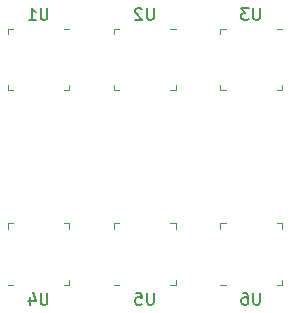
<source format=gbr>
%TF.GenerationSoftware,KiCad,Pcbnew,7.0.1*%
%TF.CreationDate,2023-04-06T12:09:14+02:00*%
%TF.ProjectId,LED_Dogtag_HW,4c45445f-446f-4677-9461-675f48572e6b,1.0*%
%TF.SameCoordinates,Original*%
%TF.FileFunction,Legend,Bot*%
%TF.FilePolarity,Positive*%
%FSLAX46Y46*%
G04 Gerber Fmt 4.6, Leading zero omitted, Abs format (unit mm)*
G04 Created by KiCad (PCBNEW 7.0.1) date 2023-04-06 12:09:14*
%MOMM*%
%LPD*%
G01*
G04 APERTURE LIST*
%ADD10C,0.150000*%
%ADD11C,0.120000*%
G04 APERTURE END LIST*
D10*
%TO.C,U1*%
X95561904Y-41212619D02*
X95561904Y-42022142D01*
X95561904Y-42022142D02*
X95514285Y-42117380D01*
X95514285Y-42117380D02*
X95466666Y-42165000D01*
X95466666Y-42165000D02*
X95371428Y-42212619D01*
X95371428Y-42212619D02*
X95180952Y-42212619D01*
X95180952Y-42212619D02*
X95085714Y-42165000D01*
X95085714Y-42165000D02*
X95038095Y-42117380D01*
X95038095Y-42117380D02*
X94990476Y-42022142D01*
X94990476Y-42022142D02*
X94990476Y-41212619D01*
X93990476Y-42212619D02*
X94561904Y-42212619D01*
X94276190Y-42212619D02*
X94276190Y-41212619D01*
X94276190Y-41212619D02*
X94371428Y-41355476D01*
X94371428Y-41355476D02*
X94466666Y-41450714D01*
X94466666Y-41450714D02*
X94561904Y-41498333D01*
%TO.C,U5*%
X104561904Y-65312619D02*
X104561904Y-66122142D01*
X104561904Y-66122142D02*
X104514285Y-66217380D01*
X104514285Y-66217380D02*
X104466666Y-66265000D01*
X104466666Y-66265000D02*
X104371428Y-66312619D01*
X104371428Y-66312619D02*
X104180952Y-66312619D01*
X104180952Y-66312619D02*
X104085714Y-66265000D01*
X104085714Y-66265000D02*
X104038095Y-66217380D01*
X104038095Y-66217380D02*
X103990476Y-66122142D01*
X103990476Y-66122142D02*
X103990476Y-65312619D01*
X103038095Y-65312619D02*
X103514285Y-65312619D01*
X103514285Y-65312619D02*
X103561904Y-65788809D01*
X103561904Y-65788809D02*
X103514285Y-65741190D01*
X103514285Y-65741190D02*
X103419047Y-65693571D01*
X103419047Y-65693571D02*
X103180952Y-65693571D01*
X103180952Y-65693571D02*
X103085714Y-65741190D01*
X103085714Y-65741190D02*
X103038095Y-65788809D01*
X103038095Y-65788809D02*
X102990476Y-65884047D01*
X102990476Y-65884047D02*
X102990476Y-66122142D01*
X102990476Y-66122142D02*
X103038095Y-66217380D01*
X103038095Y-66217380D02*
X103085714Y-66265000D01*
X103085714Y-66265000D02*
X103180952Y-66312619D01*
X103180952Y-66312619D02*
X103419047Y-66312619D01*
X103419047Y-66312619D02*
X103514285Y-66265000D01*
X103514285Y-66265000D02*
X103561904Y-66217380D01*
%TO.C,U6*%
X113561904Y-65312619D02*
X113561904Y-66122142D01*
X113561904Y-66122142D02*
X113514285Y-66217380D01*
X113514285Y-66217380D02*
X113466666Y-66265000D01*
X113466666Y-66265000D02*
X113371428Y-66312619D01*
X113371428Y-66312619D02*
X113180952Y-66312619D01*
X113180952Y-66312619D02*
X113085714Y-66265000D01*
X113085714Y-66265000D02*
X113038095Y-66217380D01*
X113038095Y-66217380D02*
X112990476Y-66122142D01*
X112990476Y-66122142D02*
X112990476Y-65312619D01*
X112085714Y-65312619D02*
X112276190Y-65312619D01*
X112276190Y-65312619D02*
X112371428Y-65360238D01*
X112371428Y-65360238D02*
X112419047Y-65407857D01*
X112419047Y-65407857D02*
X112514285Y-65550714D01*
X112514285Y-65550714D02*
X112561904Y-65741190D01*
X112561904Y-65741190D02*
X112561904Y-66122142D01*
X112561904Y-66122142D02*
X112514285Y-66217380D01*
X112514285Y-66217380D02*
X112466666Y-66265000D01*
X112466666Y-66265000D02*
X112371428Y-66312619D01*
X112371428Y-66312619D02*
X112180952Y-66312619D01*
X112180952Y-66312619D02*
X112085714Y-66265000D01*
X112085714Y-66265000D02*
X112038095Y-66217380D01*
X112038095Y-66217380D02*
X111990476Y-66122142D01*
X111990476Y-66122142D02*
X111990476Y-65884047D01*
X111990476Y-65884047D02*
X112038095Y-65788809D01*
X112038095Y-65788809D02*
X112085714Y-65741190D01*
X112085714Y-65741190D02*
X112180952Y-65693571D01*
X112180952Y-65693571D02*
X112371428Y-65693571D01*
X112371428Y-65693571D02*
X112466666Y-65741190D01*
X112466666Y-65741190D02*
X112514285Y-65788809D01*
X112514285Y-65788809D02*
X112561904Y-65884047D01*
%TO.C,U4*%
X95561904Y-65312619D02*
X95561904Y-66122142D01*
X95561904Y-66122142D02*
X95514285Y-66217380D01*
X95514285Y-66217380D02*
X95466666Y-66265000D01*
X95466666Y-66265000D02*
X95371428Y-66312619D01*
X95371428Y-66312619D02*
X95180952Y-66312619D01*
X95180952Y-66312619D02*
X95085714Y-66265000D01*
X95085714Y-66265000D02*
X95038095Y-66217380D01*
X95038095Y-66217380D02*
X94990476Y-66122142D01*
X94990476Y-66122142D02*
X94990476Y-65312619D01*
X94085714Y-65645952D02*
X94085714Y-66312619D01*
X94323809Y-65265000D02*
X94561904Y-65979285D01*
X94561904Y-65979285D02*
X93942857Y-65979285D01*
%TO.C,U3*%
X113561904Y-41212619D02*
X113561904Y-42022142D01*
X113561904Y-42022142D02*
X113514285Y-42117380D01*
X113514285Y-42117380D02*
X113466666Y-42165000D01*
X113466666Y-42165000D02*
X113371428Y-42212619D01*
X113371428Y-42212619D02*
X113180952Y-42212619D01*
X113180952Y-42212619D02*
X113085714Y-42165000D01*
X113085714Y-42165000D02*
X113038095Y-42117380D01*
X113038095Y-42117380D02*
X112990476Y-42022142D01*
X112990476Y-42022142D02*
X112990476Y-41212619D01*
X112609523Y-41212619D02*
X111990476Y-41212619D01*
X111990476Y-41212619D02*
X112323809Y-41593571D01*
X112323809Y-41593571D02*
X112180952Y-41593571D01*
X112180952Y-41593571D02*
X112085714Y-41641190D01*
X112085714Y-41641190D02*
X112038095Y-41688809D01*
X112038095Y-41688809D02*
X111990476Y-41784047D01*
X111990476Y-41784047D02*
X111990476Y-42022142D01*
X111990476Y-42022142D02*
X112038095Y-42117380D01*
X112038095Y-42117380D02*
X112085714Y-42165000D01*
X112085714Y-42165000D02*
X112180952Y-42212619D01*
X112180952Y-42212619D02*
X112466666Y-42212619D01*
X112466666Y-42212619D02*
X112561904Y-42165000D01*
X112561904Y-42165000D02*
X112609523Y-42117380D01*
%TO.C,U2*%
X104561904Y-41212619D02*
X104561904Y-42022142D01*
X104561904Y-42022142D02*
X104514285Y-42117380D01*
X104514285Y-42117380D02*
X104466666Y-42165000D01*
X104466666Y-42165000D02*
X104371428Y-42212619D01*
X104371428Y-42212619D02*
X104180952Y-42212619D01*
X104180952Y-42212619D02*
X104085714Y-42165000D01*
X104085714Y-42165000D02*
X104038095Y-42117380D01*
X104038095Y-42117380D02*
X103990476Y-42022142D01*
X103990476Y-42022142D02*
X103990476Y-41212619D01*
X103561904Y-41307857D02*
X103514285Y-41260238D01*
X103514285Y-41260238D02*
X103419047Y-41212619D01*
X103419047Y-41212619D02*
X103180952Y-41212619D01*
X103180952Y-41212619D02*
X103085714Y-41260238D01*
X103085714Y-41260238D02*
X103038095Y-41307857D01*
X103038095Y-41307857D02*
X102990476Y-41403095D01*
X102990476Y-41403095D02*
X102990476Y-41498333D01*
X102990476Y-41498333D02*
X103038095Y-41641190D01*
X103038095Y-41641190D02*
X103609523Y-42212619D01*
X103609523Y-42212619D02*
X102990476Y-42212619D01*
D11*
%TO.C,U1*%
X97410000Y-48160000D02*
X97410000Y-47710000D01*
X96960000Y-48160000D02*
X97410000Y-48160000D01*
X96960000Y-42940000D02*
X97410000Y-42940000D01*
X92640000Y-48160000D02*
X92190000Y-48160000D01*
X92640000Y-42940000D02*
X92190000Y-42940000D01*
X92190000Y-48160000D02*
X92190000Y-47710000D01*
X92190000Y-42940000D02*
X92190000Y-43390000D01*
%TO.C,U5*%
X101190000Y-59440000D02*
X101190000Y-59890000D01*
X101640000Y-59440000D02*
X101190000Y-59440000D01*
X101640000Y-64660000D02*
X101190000Y-64660000D01*
X105960000Y-59440000D02*
X106410000Y-59440000D01*
X105960000Y-64660000D02*
X106410000Y-64660000D01*
X106410000Y-59440000D02*
X106410000Y-59890000D01*
X106410000Y-64660000D02*
X106410000Y-64210000D01*
%TO.C,U6*%
X110190000Y-59440000D02*
X110190000Y-59890000D01*
X110640000Y-59440000D02*
X110190000Y-59440000D01*
X110640000Y-64660000D02*
X110190000Y-64660000D01*
X114960000Y-59440000D02*
X115410000Y-59440000D01*
X114960000Y-64660000D02*
X115410000Y-64660000D01*
X115410000Y-59440000D02*
X115410000Y-59890000D01*
X115410000Y-64660000D02*
X115410000Y-64210000D01*
%TO.C,U4*%
X92190000Y-59440000D02*
X92190000Y-59890000D01*
X92640000Y-59440000D02*
X92190000Y-59440000D01*
X92640000Y-64660000D02*
X92190000Y-64660000D01*
X96960000Y-59440000D02*
X97410000Y-59440000D01*
X96960000Y-64660000D02*
X97410000Y-64660000D01*
X97410000Y-59440000D02*
X97410000Y-59890000D01*
X97410000Y-64660000D02*
X97410000Y-64210000D01*
%TO.C,U3*%
X115410000Y-48160000D02*
X115410000Y-47710000D01*
X114960000Y-48160000D02*
X115410000Y-48160000D01*
X114960000Y-42940000D02*
X115410000Y-42940000D01*
X110640000Y-48160000D02*
X110190000Y-48160000D01*
X110640000Y-42940000D02*
X110190000Y-42940000D01*
X110190000Y-48160000D02*
X110190000Y-47710000D01*
X110190000Y-42940000D02*
X110190000Y-43390000D01*
%TO.C,U2*%
X106410000Y-48160000D02*
X106410000Y-47710000D01*
X105960000Y-48160000D02*
X106410000Y-48160000D01*
X105960000Y-42940000D02*
X106410000Y-42940000D01*
X101640000Y-48160000D02*
X101190000Y-48160000D01*
X101640000Y-42940000D02*
X101190000Y-42940000D01*
X101190000Y-48160000D02*
X101190000Y-47710000D01*
X101190000Y-42940000D02*
X101190000Y-43390000D01*
%TD*%
M02*

</source>
